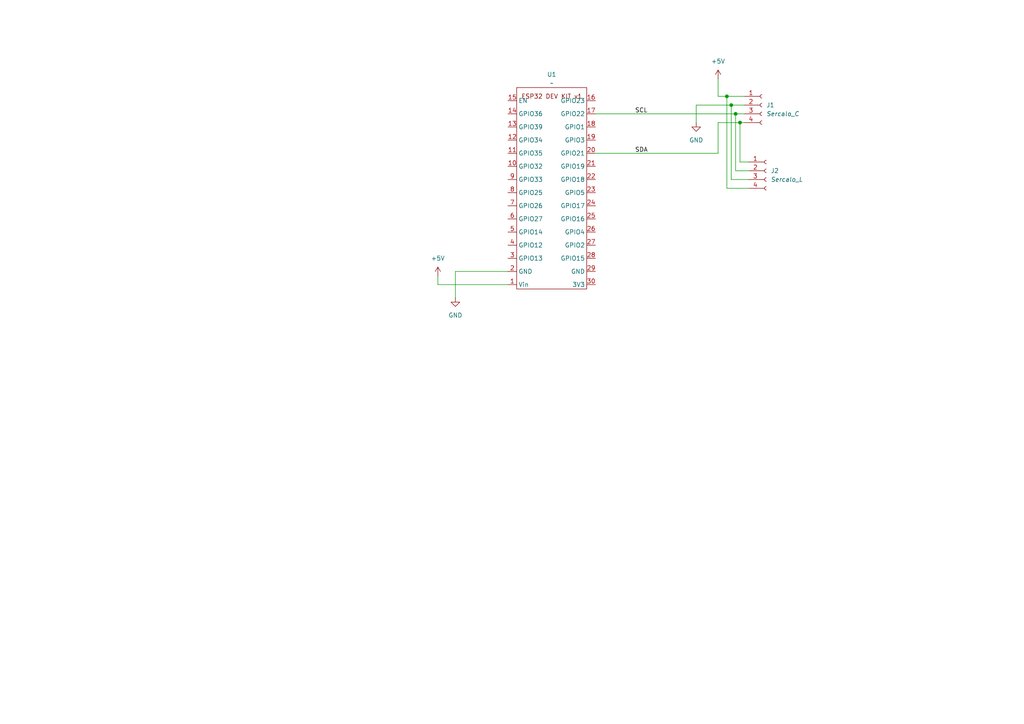
<source format=kicad_sch>
(kicad_sch (version 20231120) (generator "eeschema") (generator_version "8.0")
  (paper "A4")
  (lib_symbols
    (symbol "Connector:Conn_01x04_Socket" (pin_names (offset 1.016) hide)
      (property "Reference" "J" (at 0 5.08 0))
      (property "Value" "Conn_01x04_Socket" (at 0 -7.62 0))
      (symbol "Conn_01x04_Socket_1_1"
        (arc (start 0 -4.572) (mid -0.5058 -5.08) (end 0 -5.588) (stroke (width 0.1524)))
        (arc (start 0 -2.032) (mid -0.5058 -2.54) (end 0 -3.048) (stroke (width 0.1524)))
        (polyline (pts (xy -1.27 -5.08) (xy -0.508 -5.08)) (stroke (width 0.1524)))
        (polyline (pts (xy -1.27 -2.54) (xy -0.508 -2.54)) (stroke (width 0.1524)))
        (polyline (pts (xy -1.27 0) (xy -0.508 0)) (stroke (width 0.1524)))
        (polyline (pts (xy -1.27 2.54) (xy -0.508 2.54)) (stroke (width 0.1524)))
        (arc (start 0 0.508) (mid -0.5058 0) (end 0 -0.508) (stroke (width 0.1524)))
        (arc (start 0 3.048) (mid -0.5058 2.54) (end 0 2.032) (stroke (width 0.1524)))
        (pin passive line (at -5.08 2.54 0) (length 3.81) (name "Pin_1") (number "1"))
        (pin passive line (at -5.08 0 0) (length 3.81) (name "Pin_2") (number "2"))
        (pin passive line (at -5.08 -2.54 0) (length 3.81) (name "Pin_3") (number "3"))
        (pin passive line (at -5.08 -5.08 0) (length 3.81) (name "Pin_4") (number "4"))
      )
    )
    (symbol "ESP32_module:ESP32_devkitv1_doit"
      (property "Reference" "U" (at -2.54 14.732 0))
      (symbol "ESP32_devkitv1_doit_0_1"
        (rectangle (start -10.16 38.1) (end 10.16 -20.32))
      )
      (symbol "ESP32_devkitv1_doit_1_1"
        (text "ESP32 DEV KIT v1\n" (at 0 35.56 0) (effects (font (size 1.27 1.27))))
        (pin power_in line (at -12.7 -19.05 0) (length 2.54) (name "Vin") (number "1"))
        (pin bidirectional line (at -12.7 15.24 0) (length 2.54) (name "GPIO32") (number "10"))
        (pin input line (at -12.7 19.05 0) (length 2.54) (name "GPIO35") (number "11"))
        (pin input line (at -12.7 22.86 0) (length 2.54) (name "GPIO34") (number "12"))
        (pin input line (at -12.7 26.67 0) (length 2.54) (name "GPIO39") (number "13"))
        (pin input line (at -12.7 30.48 0) (length 2.54) (name "GPIO36") (number "14"))
        (pin input line (at -12.7 34.29 0) (length 2.54) (name "EN") (number "15"))
        (pin bidirectional line (at 12.7 34.29 180) (length 2.54) (name "GPIO23") (number "16"))
        (pin bidirectional line (at 12.7 30.48 180) (length 2.54) (name "GPIO22") (number "17"))
        (pin bidirectional line (at 12.7 26.67 180) (length 2.54) (name "GPIO1") (number "18"))
        (pin bidirectional line (at 12.7 22.86 180) (length 2.54) (name "GPIO3") (number "19"))
        (pin power_in line (at -12.7 -15.24 0) (length 2.54) (name "GND") (number "2"))
        (pin bidirectional line (at 12.7 19.05 180) (length 2.54) (name "GPIO21") (number "20"))
        (pin bidirectional line (at 12.7 15.24 180) (length 2.54) (name "GPIO19") (number "21"))
        (pin bidirectional line (at 12.7 11.43 180) (length 2.54) (name "GPIO18") (number "22"))
        (pin bidirectional line (at 12.7 7.62 180) (length 2.54) (name "GPIO5") (number "23"))
        (pin bidirectional line (at 12.7 3.81 180) (length 2.54) (name "GPIO17") (number "24"))
        (pin bidirectional line (at 12.7 0 180) (length 2.54) (name "GPIO16") (number "25"))
        (pin bidirectional line (at 12.7 -3.81 180) (length 2.54) (name "GPIO4") (number "26"))
        (pin bidirectional line (at 12.7 -7.62 180) (length 2.54) (name "GPIO2") (number "27"))
        (pin bidirectional line (at 12.7 -11.43 180) (length 2.54) (name "GPIO15") (number "28"))
        (pin power_in line (at 12.7 -15.24 180) (length 2.54) (name "GND") (number "29"))
        (pin bidirectional line (at -12.7 -11.43 0) (length 2.54) (name "GPIO13") (number "3"))
        (pin power_in line (at 12.7 -19.05 180) (length 2.54) (name "3V3") (number "30"))
        (pin bidirectional line (at -12.7 -7.62 0) (length 2.54) (name "GPIO12") (number "4"))
        (pin bidirectional line (at -12.7 -3.81 0) (length 2.54) (name "GPIO14") (number "5"))
        (pin bidirectional line (at -12.7 0 0) (length 2.54) (name "GPIO27") (number "6"))
        (pin bidirectional line (at -12.7 3.81 0) (length 2.54) (name "GPIO26") (number "7"))
        (pin bidirectional line (at -12.7 7.62 0) (length 2.54) (name "GPIO25") (number "8"))
        (pin bidirectional line (at -12.7 11.43 0) (length 2.54) (name "GPIO33") (number "9"))
      )
    )
    (symbol "power:+5V" (power) (pin_numbers hide) (pin_names (offset 0) hide)
      (property "Value" "+5V" (at 0 3.556 0))
      (symbol "+5V_0_1"
        (polyline (pts (xy -0.762 1.27) (xy 0 2.54)))
        (polyline (pts (xy 0 0) (xy 0 2.54)))
        (polyline (pts (xy 0 2.54) (xy 0.762 1.27)))
      )
      (symbol "+5V_1_1"
        (pin power_in line (at 0 0 90) (length 0) (name "~") (number "1"))
      )
    )
    (symbol "power:GND" (power) (pin_numbers hide) (pin_names (offset 0) hide)
      (property "Value" "GND" (at 0 -3.81 0))
      (symbol "GND_0_1"
        (polyline (pts (xy 0 0) (xy 0 -1.27) (xy 1.27 -1.27) (xy 0 -2.54) (xy -1.27 -1.27) (xy 0 -1.27)))
      )
      (symbol "GND_1_1"
        (pin power_in line (at 0 0 270) (length 0) (name "~") (number "1"))
      )
    )
  )
  (junction (at 214.63 35.56))
  (junction (at 213.36 33.02))
  (junction (at 212.09 30.48))
  (junction (at 210.82 27.94))
  (wire (pts (xy 127 80.01) (xy 127 82.55)))
  (wire (pts (xy 217.17 54.61) (xy 210.82 54.61)))
  (wire (pts (xy 208.28 35.56) (xy 214.63 35.56)))
  (wire (pts (xy 132.08 78.74) (xy 132.08 86.36)))
  (wire (pts (xy 217.17 52.07) (xy 212.09 52.07)))
  (wire (pts (xy 217.17 49.53) (xy 213.36 49.53)))
  (wire (pts (xy 213.36 33.02) (xy 215.9 33.02)))
  (wire (pts (xy 210.82 27.94) (xy 215.9 27.94)))
  (wire (pts (xy 172.72 33.02) (xy 213.36 33.02)))
  (wire (pts (xy 147.32 78.74) (xy 132.08 78.74)))
  (wire (pts (xy 217.17 46.99) (xy 214.63 46.99)))
  (wire (pts (xy 208.28 27.94) (xy 210.82 27.94)))
  (wire (pts (xy 208.28 44.45) (xy 208.28 35.56)))
  (wire (pts (xy 214.63 35.56) (xy 214.63 46.99)))
  (wire (pts (xy 201.93 30.48) (xy 201.93 35.56)))
  (wire (pts (xy 127 82.55) (xy 147.32 82.55)))
  (wire (pts (xy 201.93 30.48) (xy 212.09 30.48)))
  (wire (pts (xy 213.36 33.02) (xy 213.36 49.53)))
  (wire (pts (xy 210.82 27.94) (xy 210.82 54.61)))
  (wire (pts (xy 212.09 30.48) (xy 212.09 52.07)))
  (wire (pts (xy 214.63 35.56) (xy 215.9 35.56)))
  (wire (pts (xy 172.72 44.45) (xy 208.28 44.45)))
  (wire (pts (xy 208.28 27.94) (xy 208.28 22.86)))
  (wire (pts (xy 212.09 30.48) (xy 215.9 30.48)))
  (label "SCL" (at 184.15 33.02 0))
  (label "SDA" (at 184.15 44.45 0))
  (symbol (lib_id "Connector:Conn_01x04_Socket") (at 220.98 30.48 0) (unit 1)
    (property "Reference" "J1" (at 222.25 30.4799 0) (effects (justify left)))
    (property "Value" "Sercalo_C" (at 222.25 33.0199 0) (effects (font (italic yes)) (justify left)))
    (property "Footprint" "Connector_Molex:Molex_KK-254_AE-6410-04A_1x04_P2.54mm_Vertical" (effects (hide yes)))
    (property "Description" "Generic connector, single row, 01x04, script generated" (effects (hide yes)))
  )
  (symbol (lib_id "power:+5V") (at 127 80.01 0) (unit 1)
    (property "Reference" "#PWR02" (effects (hide yes)))
    (property "Value" "+5V" (at 127 74.93 0))
    (property "Description" "Power symbol creates a global label with name \"+5V\"" (effects (hide yes)))
  )
  (symbol (lib_id "Connector:Conn_01x04_Socket") (at 222.25 49.53 0) (unit 1)
    (property "Reference" "J2" (at 223.52 49.5299 0) (effects (justify left)))
    (property "Value" "Sercalo_L" (at 223.52 52.0699 0) (effects (font (italic yes)) (justify left)))
    (property "Footprint" "Connector_Molex:Molex_KK-254_AE-6410-04A_1x04_P2.54mm_Vertical" (effects (hide yes)))
    (property "Description" "Generic connector, single row, 01x04, script generated" (effects (hide yes)))
  )
  (symbol (lib_id "power:+5V") (at 208.28 22.86 0) (unit 1)
    (property "Reference" "#PWR01" (effects (hide yes)))
    (property "Value" "+5V" (at 208.28 17.78 0))
    (property "Description" "Power symbol creates a global label with name \"+5V\"" (effects (hide yes)))
  )
  (symbol (lib_id "ESP32_module:ESP32_devkitv1_doit") (at 160.02 63.5 0) (unit 1)
    (property "Reference" "U1" (at 160.02 21.59 0))
    (property "Value" "~" (at 160.02 24.13 0))
    (property "Footprint" "Esp32_module:esp32_devkitv1_doit" (effects (hide yes)))
  )
  (symbol (lib_id "power:GND") (at 132.08 86.36 0) (unit 1)
    (property "Reference" "#PWR03" (effects (hide yes)))
    (property "Value" "GND" (at 132.08 91.44 0))
    (property "Description" "Power symbol creates a global label with name \"GND\" , ground" (effects (hide yes)))
  )
  (symbol (lib_id "power:GND") (at 201.93 35.56 0) (unit 1)
    (property "Reference" "#PWR04" (effects (hide yes)))
    (property "Value" "GND" (at 201.93 40.64 0))
    (property "Description" "Power symbol creates a global label with name \"GND\" , ground" (effects (hide yes)))
  )
)
</source>
